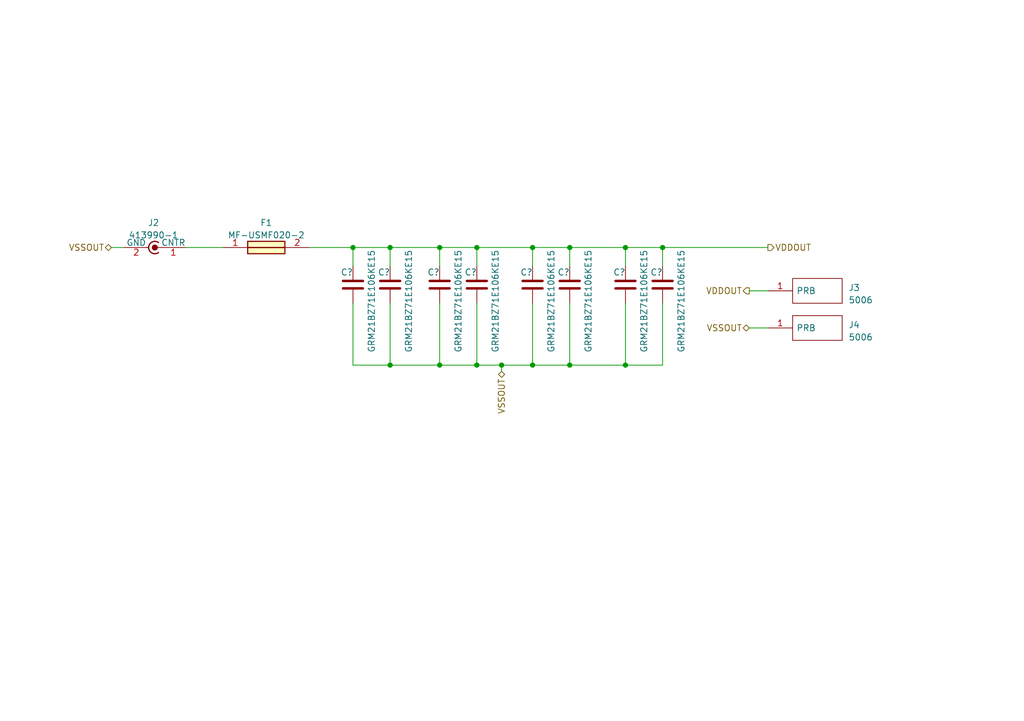
<source format=kicad_sch>
(kicad_sch (version 20230121) (generator eeschema)
  (paper "A5")
  (lib_symbols
    (symbol "cyborg65r2_connectors:413990-1" (pin_names (offset 0))
      (property "Reference" "J" (at 2.54 -1.27 0))
      (property "Value" "413990-1" (at 2.54 -3.81 0))
      (symbol "413990-1_0_0"
        (pin passive line (at 0 0 270) (length 5.08) (name "CNTR") (number "1"))
        (pin passive line (at 0 -12.7 90) (length 5.08) (name "GND") (number "2"))
        (pin passive line (at 0 -12.7 90) (length 5.08) hide (name "GND") (number "3"))
        (pin passive line (at 0 -12.7 90) (length 5.08) hide (name "GND") (number "4"))
        (pin passive line (at 0 -12.7 90) (length 5.08) hide (name "GND") (number "5"))
      )
      (symbol "413990-1_0_1"
        (arc (start -1.2695 -6.3498) (mid 0.0005 -7.6143) (end 1.2705 -6.3498) (stroke (width 0.254)))
        (arc (start -1.0155 -5.5878) (mid -1.2043 -5.9482) (end -1.2695 -6.3498) (stroke (width 0.254)))
        (polyline (pts (xy 0.0005 -7.6198) (xy 0.0005 -8.1278)))
        (polyline (pts (xy 0.0005 -5.0798) (xy 0.0005 -6.3498)))
        (circle (center 0.0005 -6.3498) (radius 0.508) (stroke (width 0.2032)) (fill (type outline)))
        (arc (start 1.2705 -6.3498) (mid 1.2053 -5.9482) (end 1.0165 -5.5878) (stroke (width 0.254)))
      )
    )
    (symbol "cyborg65r2_connectors:5006" (pin_names (offset 0.762))
      (property "Reference" "J" (at 15.24 1.27 0))
      (property "Value" "5006" (at 15.24 -1.27 0))
      (symbol "5006_0_0"
        (pin passive line (at 0 0 0) (length 5.08) (name "PRB") (number "1"))
      )
      (symbol "5006_0_1"
        (polyline (pts (xy 5.08 2.54) (xy 15.24 2.54) (xy 15.24 -2.54) (xy 5.08 -2.54) (xy 5.08 2.54)) (stroke (width 0.1524)))
      )
    )
    (symbol "cyborg65r2_pcb_passives:GRM21BZ71E106KE15" (pin_numbers hide) (pin_names (offset 0.254))
      (property "Reference" "C" (at 0.635 2.54 0))
      (property "Value" "GRM21BZ71E106KE15" (at 0.635 -2.54 0))
      (symbol "GRM21BZ71E106KE15_0_1"
        (polyline (pts (xy -2.032 -0.762) (xy 2.032 -0.762)) (stroke (width 0.508)))
        (polyline (pts (xy -2.032 0.762) (xy 2.032 0.762)) (stroke (width 0.508)))
      )
      (symbol "GRM21BZ71E106KE15_1_1"
        (pin passive line (at 0 3.81 270) (length 2.794) (name "~") (number "1"))
        (pin passive line (at 0 -3.81 90) (length 2.794) (name "~") (number "2"))
      )
    )
    (symbol "cyborg65r2_pcb_passives:MF-USMF020-2" (pin_names hide)
      (property "Reference" "F" (at 13.97 6.35 0))
      (property "Value" "MF-USMF020-2" (at 13.97 3.81 0))
      (symbol "MF-USMF020-2_1_1"
        (polyline (pts (xy 5.08 0) (xy 12.7 0)) (stroke (width 0.254)))
        (rectangle (start 5.08 1.27) (end 12.7 -1.27) (stroke (width 0.254)) (fill (type background)))
        (pin passive line (at 0 0 0) (length 5.08) (name "1") (number "1"))
        (pin passive line (at 17.78 0 180) (length 5.08) (name "2") (number "2"))
      )
    )
  )
  (junction (at 128.27 74.93))
  (junction (at 80.01 50.8))
  (junction (at 109.22 74.93))
  (junction (at 116.84 50.8))
  (junction (at 109.22 50.8))
  (junction (at 90.17 74.93))
  (junction (at 135.89 50.8))
  (junction (at 80.01 74.93))
  (junction (at 97.79 74.93))
  (junction (at 90.17 50.8))
  (junction (at 72.39 50.8))
  (junction (at 102.87 74.93))
  (junction (at 128.27 50.8))
  (junction (at 97.79 50.8))
  (junction (at 116.84 74.93))
  (wire (pts (xy 72.39 74.93) (xy 80.01 74.93)))
  (wire (pts (xy 116.84 54.61) (xy 116.84 50.8)))
  (wire (pts (xy 80.01 50.8) (xy 90.17 50.8)))
  (wire (pts (xy 97.79 62.23) (xy 97.79 74.93)))
  (wire (pts (xy 135.89 50.8) (xy 157.48 50.8)))
  (wire (pts (xy 128.27 54.61) (xy 128.27 50.8)))
  (wire (pts (xy 90.17 54.61) (xy 90.17 50.8)))
  (wire (pts (xy 25.4 50.8) (xy 22.86 50.8)))
  (wire (pts (xy 38.1 50.8) (xy 45.72 50.8)))
  (wire (pts (xy 80.01 54.61) (xy 80.01 50.8)))
  (wire (pts (xy 72.39 62.23) (xy 72.39 74.93)))
  (wire (pts (xy 102.87 74.93) (xy 102.87 76.2)))
  (wire (pts (xy 90.17 62.23) (xy 90.17 74.93)))
  (wire (pts (xy 80.01 74.93) (xy 90.17 74.93)))
  (wire (pts (xy 72.39 54.61) (xy 72.39 50.8)))
  (wire (pts (xy 90.17 50.8) (xy 97.79 50.8)))
  (wire (pts (xy 128.27 62.23) (xy 128.27 74.93)))
  (wire (pts (xy 97.79 50.8) (xy 109.22 50.8)))
  (wire (pts (xy 90.17 74.93) (xy 97.79 74.93)))
  (wire (pts (xy 135.89 54.61) (xy 135.89 50.8)))
  (wire (pts (xy 72.39 50.8) (xy 80.01 50.8)))
  (wire (pts (xy 97.79 54.61) (xy 97.79 50.8)))
  (wire (pts (xy 97.79 74.93) (xy 102.87 74.93)))
  (wire (pts (xy 63.5 50.8) (xy 72.39 50.8)))
  (wire (pts (xy 109.22 50.8) (xy 116.84 50.8)))
  (wire (pts (xy 153.67 67.31) (xy 157.48 67.31)))
  (wire (pts (xy 128.27 50.8) (xy 135.89 50.8)))
  (wire (pts (xy 109.22 54.61) (xy 109.22 50.8)))
  (wire (pts (xy 128.27 74.93) (xy 135.89 74.93)))
  (wire (pts (xy 109.22 62.23) (xy 109.22 74.93)))
  (wire (pts (xy 153.67 59.69) (xy 157.48 59.69)))
  (wire (pts (xy 116.84 74.93) (xy 128.27 74.93)))
  (wire (pts (xy 80.01 62.23) (xy 80.01 74.93)))
  (wire (pts (xy 109.22 74.93) (xy 116.84 74.93)))
  (wire (pts (xy 135.89 62.23) (xy 135.89 74.93)))
  (wire (pts (xy 116.84 62.23) (xy 116.84 74.93)))
  (wire (pts (xy 102.87 74.93) (xy 109.22 74.93)))
  (wire (pts (xy 116.84 50.8) (xy 128.27 50.8)))
  (hierarchical_label "VSSOUT" (shape bidirectional) (at 22.86 50.8 180))
  (hierarchical_label "VSSOUT" (shape bidirectional) (at 153.67 67.31 180))
  (hierarchical_label "VDDOUT" (shape output) (at 157.48 50.8 0))
  (hierarchical_label "VDDOUT" (shape output) (at 153.67 59.69 180))
  (hierarchical_label "VSSOUT" (shape bidirectional) (at 102.87 76.2 270))
  (symbol (lib_id "cyborg65r2_pcb_passives:GRM21BZ71E106KE15") (at 116.84 58.42 0) (unit 1)
    (property "Reference" "C?" (at 114.3 55.88 0) (effects (justify left)))
    (property "Value" "GRM21BZ71E106KE15" (at 120.65 72.39 90) (effects (justify left)))
    (property "Footprint" "Capacitor_SMD:C_0805_2012Metric" (effects hide))
    (property "Datasheet" "https://www.murata.com/products/productdetail?partno=GRM21BZ71E106KE15%23" (effects hide))
    (instances (project "cyborg65r2_pcb" (path "" (reference "C?") (unit 1)) (path "" (reference "C2") (unit 1)) (path "" (reference "C6") (unit 1)) (path "" (reference "C10") (unit 1)) (path "" (reference "C14") (unit 1)) (path "" (reference "C18") (unit 1)) (path "" (reference "C22") (unit 1)) (path "" (reference "C46") (unit 1))))
  )
  (symbol (lib_id "cyborg65r2_pcb_passives:MF-USMF020-2") (at 45.72 50.8 0) (unit 1)
    (property "Reference" "F1" (at 54.61 45.72 0))
    (property "Value" "MF-USMF020-2" (at 54.61 48.26 0))
    (property "Footprint" "cyborg65r2_passives:FUSC3226X110N" (effects hide))
    (property "Datasheet" "https://www.bourns.com/docs/Product-Datasheets/mfusmf.pdf" (effects hide))
    (property "Height" "1.1" (effects hide))
    (property "Manufacturer_Name" "Bourns" (effects hide))
    (property "Manufacturer_Part_Number" "MF-USMF020-2" (effects hide))
    (property "Mouser Part Number" "652-MF-USMF020-2" (effects hide))
    (property "Mouser Price/Stock" "https://www.mouser.co.uk/ProductDetail/Bourns/MF-USMF020-2?qs=vF78I%252BjhbY80Iv10TNGu8Q%3D%3D" (effects hide))
    (property "Arrow Part Number" "MF-USMF020-2" (effects hide))
    (property "Arrow Price/Stock" "https://www.arrow.com/en/products/mf-usmf020-2/bourns?region=nac" (effects hide))
  )
  (symbol (lib_id "cyborg65r2_pcb_passives:GRM21BZ71E106KE15") (at 128.27 58.42 0) (unit 1)
    (property "Reference" "C?" (at 125.73 55.88 0) (effects (justify left)))
    (property "Value" "GRM21BZ71E106KE15" (at 132.08 72.39 90) (effects (justify left)))
    (property "Footprint" "Capacitor_SMD:C_0805_2012Metric" (effects hide))
    (property "Datasheet" "https://www.murata.com/products/productdetail?partno=GRM21BZ71E106KE15%23" (effects hide))
    (instances (project "cyborg65r2_pcb" (path "" (reference "C?") (unit 1)) (path "" (reference "C1") (unit 1)) (path "" (reference "C5") (unit 1)) (path "" (reference "C9") (unit 1)) (path "" (reference "C13") (unit 1)) (path "" (reference "C17") (unit 1)) (path "" (reference "C21") (unit 1)) (path "" (reference "C47") (unit 1))))
  )
  (symbol (lib_id "cyborg65r2_connectors:413990-1") (at 38.1 50.8 270) (unit 1)
    (property "Reference" "J2" (at 31.4962 45.72 90))
    (property "Value" "413990-1" (at 31.4962 48.26 90))
    (property "Footprint" "cyborg65r2_connectors:413990-1" (effects hide))
    (property "Datasheet" "https://componentsearchengine.com/Datasheets/2/413990-1.pdf" (effects hide))
    (property "Description" "SMB Connector Receptacle, Male Pin 50Ohm Through Hole Solder" (effects hide))
    (property "Height" "7.62" (effects hide))
    (property "Manufacturer_Name" "TE Connectivity" (effects hide))
    (property "Manufacturer_Part_Number" "413990-1" (effects hide))
    (property "Mouser Part Number" "571-4139901" (effects hide))
    (property "Mouser Price/Stock" "https://www.mouser.co.uk/ProductDetail/TE-Connectivity/413990-1?qs=7QuPeZUaY4GhWa7hqv5PMQ%3D%3D" (effects hide))
    (property "Arrow Part Number" "413990-1" (effects hide))
    (property "Arrow Price/Stock" "https://www.arrow.com/en/products/413990-1/te-connectivity?region=nac" (effects hide))
    (instances (project "cyborg65r2_pcb" (path "" (reference "J2") (unit 1)) (path "" (reference "J7") (unit 1)) (path "" (reference "J11") (unit 1)) (path "" (reference "J15") (unit 1)) (path "" (reference "J19") (unit 1)) (path "" (reference "J23") (unit 1)) (path "" (reference "J33") (unit 1))))
  )
  (symbol (lib_id "cyborg65r2_connectors:5006") (at 157.48 67.31 0) (unit 1)
    (property "Reference" "J4" (at 173.99 66.675 0) (effects (justify left)))
    (property "Value" "5006" (at 173.99 69.215 0) (effects (justify left)))
    (property "Footprint" "cyborg65r2_connectors:5006" (effects hide))
    (property "Datasheet" "http://www.keyelco.com/product-pdf.cfm?p=1315" (effects hide))
    (property "Description" "Test Point, PC, Snap in Mounting,  Compact, Black Base" (effects hide))
    (property "Manufacturer_Name" "Keystone Electronics" (effects hide))
    (property "Manufacturer_Part_Number" "5006" (effects hide))
    (property "Mouser Part Number" "534-5006" (effects hide))
    (property "Mouser Price/Stock" "https://www.mouser.co.uk/ProductDetail/Keystone-Electronics/5006?qs=q0tsjPZWdm99DN5QVOwb8g%3D%3D" (effects hide))
    (property "Arrow Part Number" "5006" (effects hide))
    (property "Arrow Price/Stock" "https://www.arrow.com/en/products/5006/keystone-electronics?region=europe" (effects hide))
    (instances (project "cyborg65r2_pcb" (path "" (reference "J4") (unit 1)) (path "" (reference "J6") (unit 1)) (path "" (reference "J10") (unit 1)) (path "" (reference "J14") (unit 1)) (path "" (reference "J18") (unit 1)) (path "" (reference "J22") (unit 1)) (path "" (reference "J35") (unit 1))))
  )
  (symbol (lib_id "cyborg65r2_pcb_passives:GRM21BZ71E106KE15") (at 80.01 58.42 0) (unit 1)
    (property "Reference" "C?" (at 77.47 55.88 0) (effects (justify left)))
    (property "Value" "GRM21BZ71E106KE15" (at 83.82 72.39 90) (effects (justify left)))
    (property "Footprint" "Capacitor_SMD:C_0805_2012Metric" (effects hide))
    (property "Datasheet" "https://www.murata.com/products/productdetail?partno=GRM21BZ71E106KE15%23" (effects hide))
    (instances (project "cyborg65r2_pcb" (path "" (reference "C?") (unit 1)) (path "" (reference "C2") (unit 1)) (path "" (reference "C6") (unit 1)) (path "" (reference "C10") (unit 1)) (path "" (reference "C14") (unit 1)) (path "" (reference "C18") (unit 1)) (path "" (reference "C22") (unit 1)) (path "" (reference "C42") (unit 1))))
  )
  (symbol (lib_id "cyborg65r2_pcb_passives:GRM21BZ71E106KE15") (at 109.22 58.42 0) (unit 1)
    (property "Reference" "C?" (at 106.68 55.88 0) (effects (justify left)))
    (property "Value" "GRM21BZ71E106KE15" (at 113.03 72.39 90) (effects (justify left)))
    (property "Footprint" "Capacitor_SMD:C_0805_2012Metric" (effects hide))
    (property "Datasheet" "https://www.murata.com/products/productdetail?partno=GRM21BZ71E106KE15%23" (effects hide))
    (instances (project "cyborg65r2_pcb" (path "" (reference "C?") (unit 1)) (path "" (reference "C1") (unit 1)) (path "" (reference "C5") (unit 1)) (path "" (reference "C9") (unit 1)) (path "" (reference "C13") (unit 1)) (path "" (reference "C17") (unit 1)) (path "" (reference "C21") (unit 1)) (path "" (reference "C45") (unit 1))))
  )
  (symbol (lib_id "cyborg65r2_connectors:5006") (at 157.48 59.69 0) (unit 1)
    (property "Reference" "J3" (at 173.99 59.055 0) (effects (justify left)))
    (property "Value" "5006" (at 173.99 61.595 0) (effects (justify left)))
    (property "Footprint" "cyborg65r2_connectors:5006" (effects hide))
    (property "Datasheet" "http://www.keyelco.com/product-pdf.cfm?p=1315" (effects hide))
    (property "Description" "Test Point, PC, Snap in Mounting,  Compact, Black Base" (effects hide))
    (property "Manufacturer_Name" "Keystone Electronics" (effects hide))
    (property "Manufacturer_Part_Number" "5006" (effects hide))
    (property "Mouser Part Number" "534-5006" (effects hide))
    (property "Mouser Price/Stock" "https://www.mouser.co.uk/ProductDetail/Keystone-Electronics/5006?qs=q0tsjPZWdm99DN5QVOwb8g%3D%3D" (effects hide))
    (property "Arrow Part Number" "5006" (effects hide))
    (property "Arrow Price/Stock" "https://www.arrow.com/en/products/5006/keystone-electronics?region=europe" (effects hide))
    (instances (project "cyborg65r2_pcb" (path "" (reference "J3") (unit 1)) (path "" (reference "J5") (unit 1)) (path "" (reference "J9") (unit 1)) (path "" (reference "J13") (unit 1)) (path "" (reference "J17") (unit 1)) (path "" (reference "J21") (unit 1)) (path "" (reference "J34") (unit 1))))
  )
  (symbol (lib_id "cyborg65r2_pcb_passives:GRM21BZ71E106KE15") (at 90.17 58.42 0) (unit 1)
    (property "Reference" "C?" (at 87.63 55.88 0) (effects (justify left)))
    (property "Value" "GRM21BZ71E106KE15" (at 93.98 72.39 90) (effects (justify left)))
    (property "Footprint" "Capacitor_SMD:C_0805_2012Metric" (effects hide))
    (property "Datasheet" "https://www.murata.com/products/productdetail?partno=GRM21BZ71E106KE15%23" (effects hide))
    (instances (project "cyborg65r2_pcb" (path "" (reference "C?") (unit 1)) (path "" (reference "C1") (unit 1)) (path "" (reference "C5") (unit 1)) (path "" (reference "C9") (unit 1)) (path "" (reference "C13") (unit 1)) (path "" (reference "C17") (unit 1)) (path "" (reference "C21") (unit 1)) (path "" (reference "C43") (unit 1))))
  )
  (symbol (lib_id "cyborg65r2_pcb_passives:GRM21BZ71E106KE15") (at 135.89 58.42 0) (unit 1)
    (property "Reference" "C?" (at 133.35 55.88 0) (effects (justify left)))
    (property "Value" "GRM21BZ71E106KE15" (at 139.7 72.39 90) (effects (justify left)))
    (property "Footprint" "Capacitor_SMD:C_0805_2012Metric" (effects hide))
    (property "Datasheet" "https://www.murata.com/products/productdetail?partno=GRM21BZ71E106KE15%23" (effects hide))
    (instances (project "cyborg65r2_pcb" (path "" (reference "C?") (unit 1)) (path "" (reference "C2") (unit 1)) (path "" (reference "C6") (unit 1)) (path "" (reference "C10") (unit 1)) (path "" (reference "C14") (unit 1)) (path "" (reference "C18") (unit 1)) (path "" (reference "C22") (unit 1)) (path "" (reference "C48") (unit 1))))
  )
  (symbol (lib_id "cyborg65r2_pcb_passives:GRM21BZ71E106KE15") (at 97.79 58.42 0) (unit 1)
    (property "Reference" "C?" (at 95.25 55.88 0) (effects (justify left)))
    (property "Value" "GRM21BZ71E106KE15" (at 101.6 72.39 90) (effects (justify left)))
    (property "Footprint" "Capacitor_SMD:C_0805_2012Metric" (effects hide))
    (property "Datasheet" "https://www.murata.com/products/productdetail?partno=GRM21BZ71E106KE15%23" (effects hide))
    (instances (project "cyborg65r2_pcb" (path "" (reference "C?") (unit 1)) (path "" (reference "C2") (unit 1)) (path "" (reference "C6") (unit 1)) (path "" (reference "C10") (unit 1)) (path "" (reference "C14") (unit 1)) (path "" (reference "C18") (unit 1)) (path "" (reference "C22") (unit 1)) (path "" (reference "C44") (unit 1))))
  )
  (symbol (lib_id "cyborg65r2_pcb_passives:GRM21BZ71E106KE15") (at 72.39 58.42 0) (unit 1)
    (property "Reference" "C?" (at 69.85 55.88 0) (effects (justify left)))
    (property "Value" "GRM21BZ71E106KE15" (at 76.2 72.39 90) (effects (justify left)))
    (property "Footprint" "Capacitor_SMD:C_0805_2012Metric" (effects hide))
    (property "Datasheet" "https://www.murata.com/products/productdetail?partno=GRM21BZ71E106KE15%23" (effects hide))
    (instances (project "cyborg65r2_pcb" (path "" (reference "C?") (unit 1)) (path "" (reference "C1") (unit 1)) (path "" (reference "C5") (unit 1)) (path "" (reference "C9") (unit 1)) (path "" (reference "C13") (unit 1)) (path "" (reference "C17") (unit 1)) (path "" (reference "C21") (unit 1)) (path "" (reference "C41") (unit 1))))
  )
)
</source>
